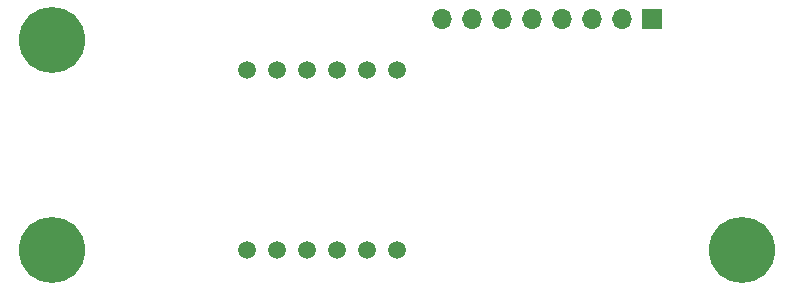
<source format=gbr>
%TF.GenerationSoftware,KiCad,Pcbnew,8.0.8*%
%TF.CreationDate,2025-02-24T20:51:07+00:00*%
%TF.ProjectId,7-segment,372d7365-676d-4656-9e74-2e6b69636164,rev?*%
%TF.SameCoordinates,Original*%
%TF.FileFunction,Soldermask,Bot*%
%TF.FilePolarity,Negative*%
%FSLAX46Y46*%
G04 Gerber Fmt 4.6, Leading zero omitted, Abs format (unit mm)*
G04 Created by KiCad (PCBNEW 8.0.8) date 2025-02-24 20:51:07*
%MOMM*%
%LPD*%
G01*
G04 APERTURE LIST*
%ADD10C,5.600000*%
%ADD11R,1.700000X1.700000*%
%ADD12O,1.700000X1.700000*%
%ADD13C,1.500000*%
G04 APERTURE END LIST*
D10*
%TO.C,H1*%
X124460000Y-55880000D03*
%TD*%
%TO.C,H2*%
X66040000Y-55880000D03*
%TD*%
%TO.C,H3*%
X66040000Y-38100000D03*
%TD*%
D11*
%TO.C,J1*%
X116840000Y-36322000D03*
D12*
X114300000Y-36322000D03*
X111760000Y-36322000D03*
X109220000Y-36322000D03*
X106680000Y-36322000D03*
X104140000Y-36322000D03*
X101600000Y-36322000D03*
X99060000Y-36322000D03*
%TD*%
D13*
%TO.C,U1*%
X95250000Y-55880000D03*
X92710000Y-55880000D03*
X90170000Y-55880000D03*
X87630000Y-55880000D03*
X85090000Y-55880000D03*
X82550000Y-55880000D03*
X82550000Y-40640000D03*
X85090000Y-40640000D03*
X87630000Y-40640000D03*
X90170000Y-40640000D03*
X92710000Y-40640000D03*
X95250000Y-40640000D03*
%TD*%
M02*

</source>
